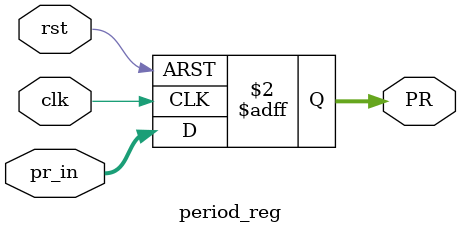
<source format=v>
`timescale 1ns / 1ps


module period_reg(PR,clk,pr_in,rst);
input wire [15:0]pr_in;
input wire clk,rst;
output reg [15:0]PR;

always @(posedge clk or posedge rst) begin
  if(rst)
    PR <=16'b1111111111111111;      // force period = ffff on reset
  else
    PR <= pr_in;
end
endmodule


</source>
